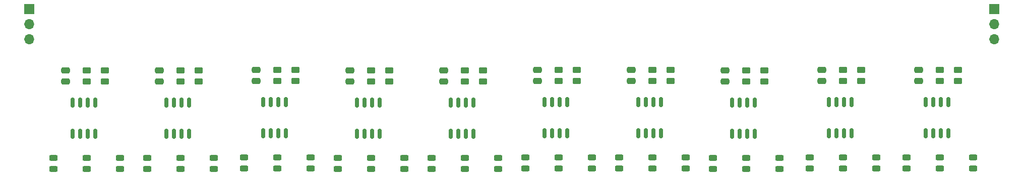
<source format=gts>
G04 #@! TF.GenerationSoftware,KiCad,Pcbnew,8.0.3*
G04 #@! TF.CreationDate,2024-06-20T18:31:00+01:00*
G04 #@! TF.ProjectId,BClock,42436c6f-636b-42e6-9b69-6361645f7063,rev?*
G04 #@! TF.SameCoordinates,Original*
G04 #@! TF.FileFunction,Soldermask,Top*
G04 #@! TF.FilePolarity,Negative*
%FSLAX46Y46*%
G04 Gerber Fmt 4.6, Leading zero omitted, Abs format (unit mm)*
G04 Created by KiCad (PCBNEW 8.0.3) date 2024-06-20 18:31:00*
%MOMM*%
%LPD*%
G01*
G04 APERTURE LIST*
G04 Aperture macros list*
%AMRoundRect*
0 Rectangle with rounded corners*
0 $1 Rounding radius*
0 $2 $3 $4 $5 $6 $7 $8 $9 X,Y pos of 4 corners*
0 Add a 4 corners polygon primitive as box body*
4,1,4,$2,$3,$4,$5,$6,$7,$8,$9,$2,$3,0*
0 Add four circle primitives for the rounded corners*
1,1,$1+$1,$2,$3*
1,1,$1+$1,$4,$5*
1,1,$1+$1,$6,$7*
1,1,$1+$1,$8,$9*
0 Add four rect primitives between the rounded corners*
20,1,$1+$1,$2,$3,$4,$5,0*
20,1,$1+$1,$4,$5,$6,$7,0*
20,1,$1+$1,$6,$7,$8,$9,0*
20,1,$1+$1,$8,$9,$2,$3,0*%
G04 Aperture macros list end*
%ADD10O,1.700000X1.700000*%
%ADD11R,1.700000X1.700000*%
%ADD12RoundRect,0.150000X0.150000X-0.675000X0.150000X0.675000X-0.150000X0.675000X-0.150000X-0.675000X0*%
%ADD13RoundRect,0.250000X0.450000X-0.262500X0.450000X0.262500X-0.450000X0.262500X-0.450000X-0.262500X0*%
%ADD14RoundRect,0.250000X-0.450000X0.262500X-0.450000X-0.262500X0.450000X-0.262500X0.450000X0.262500X0*%
%ADD15RoundRect,0.243750X-0.456250X0.243750X-0.456250X-0.243750X0.456250X-0.243750X0.456250X0.243750X0*%
%ADD16RoundRect,0.250000X-0.475000X0.250000X-0.475000X-0.250000X0.475000X-0.250000X0.475000X0.250000X0*%
G04 APERTURE END LIST*
D10*
X71628000Y-82374500D03*
X71628000Y-79834500D03*
D11*
X71628000Y-77294500D03*
D12*
X78867000Y-93036000D03*
X80137000Y-93036000D03*
X81407000Y-93036000D03*
X82677000Y-93036000D03*
X82677000Y-98286000D03*
X81407000Y-98286000D03*
X80137000Y-98286000D03*
X78867000Y-98286000D03*
D13*
X84328000Y-87636500D03*
X84328000Y-89461500D03*
D14*
X81280000Y-89461500D03*
X81280000Y-87636500D03*
D15*
X86868000Y-104218500D03*
X86868000Y-102343500D03*
X81280000Y-104218500D03*
X81280000Y-102343500D03*
X75692000Y-104218500D03*
X75692000Y-102343500D03*
D16*
X77724000Y-89499000D03*
X77724000Y-87599000D03*
D12*
X94615000Y-93036000D03*
X95885000Y-93036000D03*
X97155000Y-93036000D03*
X98425000Y-93036000D03*
X98425000Y-98286000D03*
X97155000Y-98286000D03*
X95885000Y-98286000D03*
X94615000Y-98286000D03*
D10*
X233680000Y-82374500D03*
X233680000Y-79834500D03*
D11*
X233680000Y-77294500D03*
D16*
X93472000Y-89499000D03*
X93472000Y-87599000D03*
D14*
X192024000Y-89461500D03*
X192024000Y-87636500D03*
D13*
X195072000Y-87636500D03*
X195072000Y-89461500D03*
D15*
X134620000Y-104218500D03*
X134620000Y-102343500D03*
D14*
X224536000Y-89383000D03*
X224536000Y-87558000D03*
D12*
X126619000Y-93036000D03*
X127889000Y-93036000D03*
X129159000Y-93036000D03*
X130429000Y-93036000D03*
X130429000Y-98286000D03*
X129159000Y-98286000D03*
X127889000Y-98286000D03*
X126619000Y-98286000D03*
D14*
X129032000Y-89461500D03*
X129032000Y-87636500D03*
D12*
X205867000Y-92957500D03*
X207137000Y-92957500D03*
X208407000Y-92957500D03*
X209677000Y-92957500D03*
X209677000Y-98207500D03*
X208407000Y-98207500D03*
X207137000Y-98207500D03*
X205867000Y-98207500D03*
D15*
X160528000Y-104140000D03*
X160528000Y-102265000D03*
D13*
X116332000Y-87558000D03*
X116332000Y-89383000D03*
D15*
X97028000Y-104218500D03*
X97028000Y-102343500D03*
X139192000Y-104218500D03*
X139192000Y-102343500D03*
D16*
X141224000Y-89499000D03*
X141224000Y-87599000D03*
D15*
X166116000Y-104140000D03*
X166116000Y-102265000D03*
X154940000Y-104140000D03*
X154940000Y-102265000D03*
D13*
X100076000Y-87636500D03*
X100076000Y-89461500D03*
D15*
X197612000Y-104218500D03*
X197612000Y-102343500D03*
D16*
X188468000Y-89499000D03*
X188468000Y-87599000D03*
D15*
X113284000Y-104140000D03*
X113284000Y-102265000D03*
X144780000Y-104218500D03*
X144780000Y-102343500D03*
D14*
X97028000Y-87636500D03*
X97028000Y-89461500D03*
D15*
X150368000Y-104218500D03*
X150368000Y-102343500D03*
D16*
X156972000Y-89420500D03*
X156972000Y-87520500D03*
D15*
X186436000Y-104218500D03*
X186436000Y-102343500D03*
X176276000Y-104140000D03*
X176276000Y-102265000D03*
D16*
X172720000Y-89420500D03*
X172720000Y-87520500D03*
D15*
X192024000Y-104218500D03*
X192024000Y-102343500D03*
X181864000Y-104140000D03*
X181864000Y-102265000D03*
D13*
X163576000Y-87558000D03*
X163576000Y-89383000D03*
D14*
X160528000Y-89383000D03*
X160528000Y-87558000D03*
D12*
X189611000Y-93036000D03*
X190881000Y-93036000D03*
X192151000Y-93036000D03*
X193421000Y-93036000D03*
X193421000Y-98286000D03*
X192151000Y-98286000D03*
X190881000Y-98286000D03*
X189611000Y-98286000D03*
D15*
X170688000Y-104140000D03*
X170688000Y-102265000D03*
D14*
X176276000Y-89383000D03*
X176276000Y-87558000D03*
D13*
X179324000Y-87558000D03*
X179324000Y-89383000D03*
D12*
X158115000Y-92957500D03*
X159385000Y-92957500D03*
X160655000Y-92957500D03*
X161925000Y-92957500D03*
X161925000Y-98207500D03*
X160655000Y-98207500D03*
X159385000Y-98207500D03*
X158115000Y-98207500D03*
D15*
X213868000Y-104140000D03*
X213868000Y-102265000D03*
D13*
X132080000Y-87636500D03*
X132080000Y-89461500D03*
D15*
X91440000Y-104218500D03*
X91440000Y-102343500D03*
D16*
X204724000Y-89420500D03*
X204724000Y-87520500D03*
D14*
X144780000Y-89461500D03*
X144780000Y-87636500D03*
D15*
X129032000Y-104218500D03*
X129032000Y-102343500D03*
D12*
X142367000Y-93036000D03*
X143637000Y-93036000D03*
X144907000Y-93036000D03*
X146177000Y-93036000D03*
X146177000Y-98286000D03*
X144907000Y-98286000D03*
X143637000Y-98286000D03*
X142367000Y-98286000D03*
D16*
X125476000Y-89499000D03*
X125476000Y-87599000D03*
D12*
X222123000Y-92957500D03*
X223393000Y-92957500D03*
X224663000Y-92957500D03*
X225933000Y-92957500D03*
X225933000Y-98207500D03*
X224663000Y-98207500D03*
X223393000Y-98207500D03*
X222123000Y-98207500D03*
D16*
X109728000Y-89420500D03*
X109728000Y-87520500D03*
D15*
X107696000Y-104140000D03*
X107696000Y-102265000D03*
D14*
X113284000Y-89383000D03*
X113284000Y-87558000D03*
D15*
X118872000Y-104140000D03*
X118872000Y-102265000D03*
D12*
X110871000Y-92957500D03*
X112141000Y-92957500D03*
X113411000Y-92957500D03*
X114681000Y-92957500D03*
X114681000Y-98207500D03*
X113411000Y-98207500D03*
X112141000Y-98207500D03*
X110871000Y-98207500D03*
D15*
X218948000Y-104140000D03*
X218948000Y-102265000D03*
X102616000Y-104218500D03*
X102616000Y-102343500D03*
D14*
X208280000Y-89383000D03*
X208280000Y-87558000D03*
D15*
X123444000Y-104218500D03*
X123444000Y-102343500D03*
X224536000Y-104140000D03*
X224536000Y-102265000D03*
D13*
X227584000Y-87558000D03*
X227584000Y-89383000D03*
D15*
X202692000Y-104140000D03*
X202692000Y-102265000D03*
D16*
X220980000Y-89420500D03*
X220980000Y-87520500D03*
D15*
X230124000Y-104140000D03*
X230124000Y-102265000D03*
D13*
X147828000Y-87636500D03*
X147828000Y-89461500D03*
D15*
X208280000Y-104140000D03*
X208280000Y-102265000D03*
D12*
X173863000Y-92957500D03*
X175133000Y-92957500D03*
X176403000Y-92957500D03*
X177673000Y-92957500D03*
X177673000Y-98207500D03*
X176403000Y-98207500D03*
X175133000Y-98207500D03*
X173863000Y-98207500D03*
D13*
X211328000Y-87558000D03*
X211328000Y-89383000D03*
M02*

</source>
